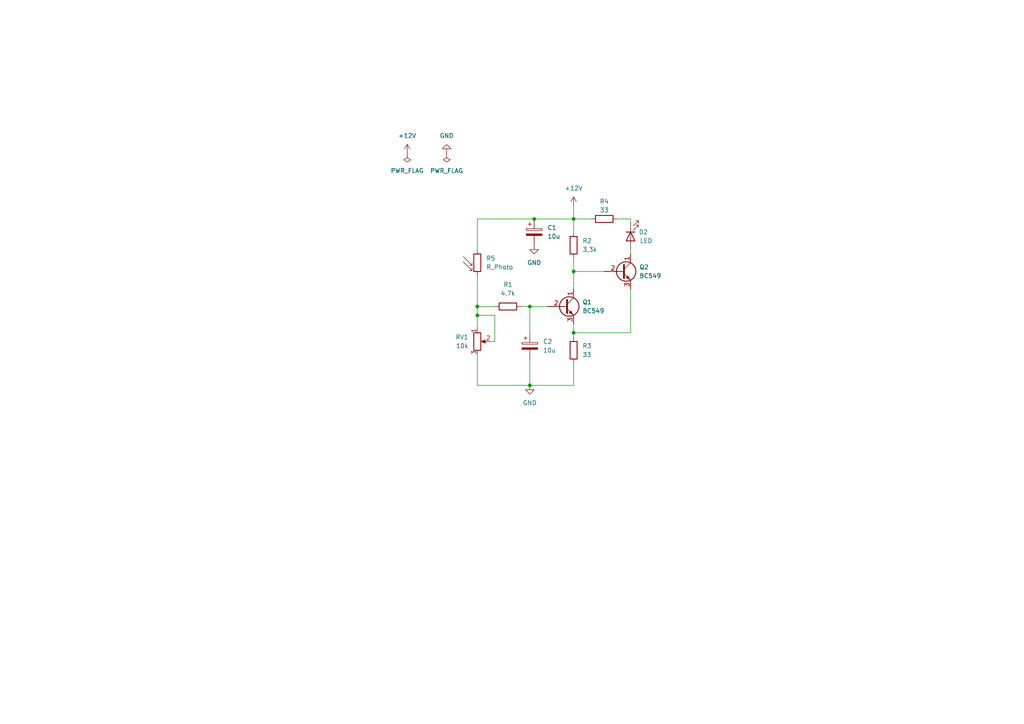
<source format=kicad_sch>
(kicad_sch (version 20230121) (generator eeschema)
  (paper "A4")
  (lib_symbols
    (symbol "Device:C_Polarized" (pin_numbers hide) (pin_names (offset 0.254))
      (property "Reference" "C" (at 0.635 2.54 0))
      (property "Value" "C_Polarized" (at 0.635 -2.54 0))
      (symbol "C_Polarized_0_1"
        (rectangle (start -2.286 0.508) (end 2.286 1.016))
        (polyline (pts (xy -1.778 2.286) (xy -0.762 2.286)))
        (polyline (pts (xy -1.27 2.794) (xy -1.27 1.778)))
        (rectangle (start 2.286 -0.508) (end -2.286 -1.016) (fill (type outline)))
      )
      (symbol "C_Polarized_1_1"
        (pin passive line (at 0 3.81 270) (length 2.794) (name "~") (number "1"))
        (pin passive line (at 0 -3.81 90) (length 2.794) (name "~") (number "2"))
      )
    )
    (symbol "Device:LED" (pin_numbers hide) (pin_names (offset 1.016) hide)
      (property "Reference" "D" (at 0 2.54 0))
      (property "Value" "LED" (at 0 -2.54 0))
      (symbol "LED_0_1"
        (polyline (pts (xy -1.27 -1.27) (xy -1.27 1.27)) (stroke (width 0.254)))
        (polyline (pts (xy -1.27 0) (xy 1.27 0)))
        (polyline (pts (xy 1.27 -1.27) (xy 1.27 1.27) (xy -1.27 0) (xy 1.27 -1.27)) (stroke (width 0.254)))
        (polyline (pts (xy -3.048 -0.762) (xy -4.572 -2.286) (xy -3.81 -2.286) (xy -4.572 -2.286) (xy -4.572 -1.524)))
        (polyline (pts (xy -1.778 -0.762) (xy -3.302 -2.286) (xy -2.54 -2.286) (xy -3.302 -2.286) (xy -3.302 -1.524)))
      )
      (symbol "LED_1_1"
        (pin passive line (at -3.81 0 0) (length 2.54) (name "K") (number "1"))
        (pin passive line (at 3.81 0 180) (length 2.54) (name "A") (number "2"))
      )
    )
    (symbol "Device:R" (pin_numbers hide) (pin_names (offset 0))
      (property "Reference" "R" (at 2.032 0 90))
      (property "Value" "R" (at 0 0 90))
      (symbol "R_0_1"
        (rectangle (start -1.016 -2.54) (end 1.016 2.54) (stroke (width 0.254)))
      )
      (symbol "R_1_1"
        (pin passive line (at 0 3.81 270) (length 1.27) (name "~") (number "1"))
        (pin passive line (at 0 -3.81 90) (length 1.27) (name "~") (number "2"))
      )
    )
    (symbol "Device:R_Photo" (pin_numbers hide) (pin_names (offset 0))
      (property "Reference" "R" (at 1.27 1.27 0))
      (property "Value" "R_Photo" (at 1.27 0 0))
      (symbol "R_Photo_0_1"
        (rectangle (start -1.016 2.54) (end 1.016 -2.54) (stroke (width 0.254)))
        (polyline (pts (xy -1.524 -2.286) (xy -4.064 0.254)))
        (polyline (pts (xy -1.524 -2.286) (xy -2.286 -2.286)))
        (polyline (pts (xy -1.524 -2.286) (xy -1.524 -1.524)))
        (polyline (pts (xy -1.524 -0.762) (xy -4.064 1.778)))
        (polyline (pts (xy -1.524 -0.762) (xy -2.286 -0.762)))
        (polyline (pts (xy -1.524 -0.762) (xy -1.524 0)))
      )
      (symbol "R_Photo_1_1"
        (pin passive line (at 0 3.81 270) (length 1.27) (name "~") (number "1"))
        (pin passive line (at 0 -3.81 90) (length 1.27) (name "~") (number "2"))
      )
    )
    (symbol "Device:R_Potentiometer" (pin_names (offset 1.016) hide)
      (property "Reference" "RV" (at -4.445 0 90))
      (property "Value" "R_Potentiometer" (at -2.54 0 90))
      (symbol "R_Potentiometer_0_1"
        (polyline (pts (xy 2.54 0) (xy 1.524 0)))
        (polyline (pts (xy 1.143 0) (xy 2.286 0.508) (xy 2.286 -0.508) (xy 1.143 0)) (fill (type outline)))
        (rectangle (start 1.016 2.54) (end -1.016 -2.54) (stroke (width 0.254)))
      )
      (symbol "R_Potentiometer_1_1"
        (pin passive line (at 0 3.81 270) (length 1.27) (name "1") (number "1"))
        (pin passive line (at 3.81 0 180) (length 1.27) (name "2") (number "2"))
        (pin passive line (at 0 -3.81 90) (length 1.27) (name "3") (number "3"))
      )
    )
    (symbol "Transistor_BJT:BC549" (pin_names (offset 0) hide)
      (property "Reference" "Q" (at 5.08 1.905 0))
      (property "Value" "BC549" (at 5.08 0 0))
      (symbol "BC549_0_1"
        (polyline (pts (xy 0 0) (xy 0.635 0)))
        (polyline (pts (xy 0.635 0.635) (xy 2.54 2.54)))
        (polyline (pts (xy 0.635 -0.635) (xy 2.54 -2.54) (xy 2.54 -2.54)))
        (polyline (pts (xy 0.635 1.905) (xy 0.635 -1.905) (xy 0.635 -1.905)) (stroke (width 0.508)))
        (polyline (pts (xy 1.27 -1.778) (xy 1.778 -1.27) (xy 2.286 -2.286) (xy 1.27 -1.778) (xy 1.27 -1.778)) (fill (type outline)))
        (circle (center 1.27 0) (radius 2.8194) (stroke (width 0.254)))
      )
      (symbol "BC549_1_1"
        (pin passive line (at 2.54 5.08 270) (length 2.54) (name "C") (number "1"))
        (pin input line (at -5.08 0 0) (length 5.08) (name "B") (number "2"))
        (pin passive line (at 2.54 -5.08 90) (length 2.54) (name "E") (number "3"))
      )
    )
    (symbol "power:+12V" (power) (pin_names (offset 0))
      (property "Value" "+12V" (at 0 3.556 0))
      (symbol "+12V_0_1"
        (polyline (pts (xy -0.762 1.27) (xy 0 2.54)))
        (polyline (pts (xy 0 0) (xy 0 2.54)))
        (polyline (pts (xy 0 2.54) (xy 0.762 1.27)))
      )
      (symbol "+12V_1_1"
        (pin power_in line (at 0 0 90) (length 0) hide (name "+12V") (number "1"))
      )
    )
    (symbol "power:GND" (power) (pin_names (offset 0))
      (property "Value" "GND" (at 0 -3.81 0))
      (symbol "GND_0_1"
        (polyline (pts (xy 0 0) (xy 0 -1.27) (xy 1.27 -1.27) (xy 0 -2.54) (xy -1.27 -1.27) (xy 0 -1.27)))
      )
      (symbol "GND_1_1"
        (pin power_in line (at 0 0 270) (length 0) hide (name "GND") (number "1"))
      )
    )
    (symbol "power:PWR_FLAG" (power) (pin_numbers hide) (pin_names (offset 0) hide)
      (property "Value" "PWR_FLAG" (at 0 3.81 0))
      (symbol "PWR_FLAG_0_0"
        (pin power_out line (at 0 0 90) (length 0) (name "pwr") (number "1"))
      )
      (symbol "PWR_FLAG_0_1"
        (polyline (pts (xy 0 0) (xy 0 1.27) (xy -1.016 1.905) (xy 0 2.54) (xy 1.016 1.905) (xy 0 1.27)))
      )
    )
  )
  (junction (at 154.94 63.5))
  (junction (at 153.67 88.9))
  (junction (at 138.43 91.44))
  (junction (at 153.67 111.76))
  (junction (at 166.37 96.52))
  (junction (at 166.37 78.74))
  (junction (at 138.43 88.9))
  (junction (at 166.37 63.5))
  (wire (pts (xy 182.88 72.39) (xy 182.88 73.66)))
  (wire (pts (xy 151.13 88.9) (xy 153.67 88.9)))
  (wire (pts (xy 138.43 88.9) (xy 138.43 91.44)))
  (wire (pts (xy 182.88 83.82) (xy 182.88 96.52)))
  (wire (pts (xy 138.43 80.01) (xy 138.43 88.9)))
  (wire (pts (xy 166.37 59.69) (xy 166.37 63.5)))
  (wire (pts (xy 138.43 111.76) (xy 153.67 111.76)))
  (wire (pts (xy 166.37 78.74) (xy 175.26 78.74)))
  (wire (pts (xy 142.24 99.06) (xy 143.51 99.06)))
  (wire (pts (xy 166.37 97.79) (xy 166.37 96.52)))
  (wire (pts (xy 166.37 111.76) (xy 153.67 111.76)))
  (wire (pts (xy 182.88 96.52) (xy 166.37 96.52)))
  (wire (pts (xy 143.51 99.06) (xy 143.51 91.44)))
  (wire (pts (xy 182.88 63.5) (xy 179.07 63.5)))
  (wire (pts (xy 182.88 64.77) (xy 182.88 63.5)))
  (wire (pts (xy 166.37 63.5) (xy 166.37 67.31)))
  (wire (pts (xy 153.67 88.9) (xy 153.67 96.52)))
  (wire (pts (xy 138.43 102.87) (xy 138.43 111.76)))
  (wire (pts (xy 153.67 104.14) (xy 153.67 111.76)))
  (wire (pts (xy 153.67 88.9) (xy 158.75 88.9)))
  (wire (pts (xy 166.37 63.5) (xy 171.45 63.5)))
  (wire (pts (xy 138.43 95.25) (xy 138.43 91.44)))
  (wire (pts (xy 166.37 74.93) (xy 166.37 78.74)))
  (wire (pts (xy 166.37 63.5) (xy 154.94 63.5)))
  (wire (pts (xy 138.43 63.5) (xy 154.94 63.5)))
  (wire (pts (xy 138.43 63.5) (xy 138.43 72.39)))
  (wire (pts (xy 166.37 105.41) (xy 166.37 111.76)))
  (wire (pts (xy 138.43 91.44) (xy 143.51 91.44)))
  (wire (pts (xy 138.43 88.9) (xy 143.51 88.9)))
  (wire (pts (xy 166.37 83.82) (xy 166.37 78.74)))
  (wire (pts (xy 166.37 96.52) (xy 166.37 93.98)))
  (symbol (lib_id "Device:C_Polarized") (at 154.94 67.31 0) (unit 1)
    (property "Reference" "C1" (at 158.75 66.04 0) (effects (justify left)))
    (property "Value" "10u" (at 158.75 68.58 0) (effects (justify left)))
    (property "Footprint" "Capacitor_THT:CP_Radial_D8.0mm_P3.80mm" (effects hide))
  )
  (symbol (lib_id "power:GND") (at 129.54 44.45 180) (unit 1)
    (property "Reference" "#PWR0102" (effects hide))
    (property "Value" "GND" (at 129.54 39.37 0))
  )
  (symbol (lib_id "power:PWR_FLAG") (at 118.11 44.45 180) (unit 1)
    (property "Reference" "#FLG0101" (effects hide))
    (property "Value" "PWR_FLAG" (at 118.11 49.53 0))
  )
  (symbol (lib_id "Device:R") (at 175.26 63.5 90) (unit 1)
    (property "Reference" "R4" (at 175.26 58.42 90))
    (property "Value" "33" (at 175.26 60.96 90))
    (property "Footprint" "Resistor_THT:R_Axial_DIN0204_L3.6mm_D1.6mm_P7.62mm_Horizontal" (effects hide))
  )
  (symbol (lib_id "Device:R_Photo") (at 138.43 76.2 0) (unit 1)
    (property "Reference" "R5" (at 140.97 74.93 0) (effects (justify left)))
    (property "Value" "R_Photo" (at 140.97 77.47 0) (effects (justify left)))
    (property "Footprint" "Resistor_THT:R_Axial_DIN0204_L3.6mm_D1.6mm_P5.08mm_Vertical" (effects hide))
  )
  (symbol (lib_id "Device:R_Potentiometer") (at 138.43 99.06 0) (unit 1)
    (property "Reference" "RV1" (at 135.89 97.7899 0) (effects (justify right)))
    (property "Value" "10k" (at 135.89 100.3299 0) (effects (justify right)))
    (property "Footprint" "Potentiometer_THT:Potentiometer_Bourns_3296W_Vertical" (effects hide))
  )
  (symbol (lib_id "power:GND") (at 154.94 71.12 0) (unit 1)
    (property "Reference" "#PWR01" (effects hide))
    (property "Value" "GND" (at 154.94 76.2 0))
  )
  (symbol (lib_id "power:GND") (at 153.67 111.76 0) (unit 1)
    (property "Reference" "#PWR02" (effects hide))
    (property "Value" "GND" (at 153.67 116.84 0))
    (property "Footprint" "Connector_Pin:Pin_D1.0mm_L10.0mm" (effects hide))
  )
  (symbol (lib_id "power:+12V") (at 166.37 59.69 0) (unit 1)
    (property "Reference" "#PWR03" (effects hide))
    (property "Value" "+12V" (at 166.37 54.61 0))
    (property "Footprint" "Connector_Pin:Pin_D1.0mm_L10.0mm" (effects hide))
  )
  (symbol (lib_id "Transistor_BJT:BC549") (at 163.83 88.9 0) (unit 1)
    (property "Reference" "Q1" (at 168.91 87.6299 0) (effects (justify left)))
    (property "Value" "BC549" (at 168.91 90.1699 0) (effects (justify left)))
    (property "Footprint" "Package_TO_SOT_THT:TO-92_Wide" (effects hide))
    (property "Datasheet" "https://www.onsemi.com/pub/Collateral/BC550-D.pdf" (effects hide))
  )
  (symbol (lib_id "power:+12V") (at 118.11 44.45 0) (unit 1)
    (property "Reference" "#PWR0101" (effects hide))
    (property "Value" "+12V" (at 118.11 39.37 0))
  )
  (symbol (lib_id "Device:R") (at 166.37 101.6 0) (unit 1)
    (property "Reference" "R3" (at 168.91 100.3299 0) (effects (justify left)))
    (property "Value" "33" (at 168.91 102.8699 0) (effects (justify left)))
    (property "Footprint" "Resistor_THT:R_Axial_DIN0204_L3.6mm_D1.6mm_P7.62mm_Horizontal" (effects hide))
  )
  (symbol (lib_id "Device:C_Polarized") (at 153.67 100.33 0) (unit 1)
    (property "Reference" "C2" (at 157.48 99.06 0) (effects (justify left)))
    (property "Value" "10u" (at 157.48 101.6 0) (effects (justify left)))
    (property "Footprint" "Capacitor_THT:CP_Radial_D8.0mm_P3.80mm" (effects hide))
  )
  (symbol (lib_id "power:PWR_FLAG") (at 129.54 44.45 180) (unit 1)
    (property "Reference" "#FLG0102" (effects hide))
    (property "Value" "PWR_FLAG" (at 129.54 49.53 0))
  )
  (symbol (lib_id "Device:R") (at 166.37 71.12 0) (unit 1)
    (property "Reference" "R2" (at 168.91 69.8499 0) (effects (justify left)))
    (property "Value" "3,3k" (at 168.91 72.3899 0) (effects (justify left)))
    (property "Footprint" "Resistor_THT:R_Axial_DIN0204_L3.6mm_D1.6mm_P7.62mm_Horizontal" (effects hide))
  )
  (symbol (lib_id "Device:R") (at 147.32 88.9 90) (unit 1)
    (property "Reference" "R1" (at 147.32 82.55 90))
    (property "Value" "4,7k" (at 147.32 85.09 90))
    (property "Footprint" "Resistor_THT:R_Axial_DIN0204_L3.6mm_D1.6mm_P7.62mm_Horizontal" (effects hide))
  )
  (symbol (lib_id "Transistor_BJT:BC549") (at 180.34 78.74 0) (unit 1)
    (property "Reference" "Q2" (at 185.42 77.4699 0) (effects (justify left)))
    (property "Value" "BC549" (at 185.42 80.0099 0) (effects (justify left)))
    (property "Footprint" "Package_TO_SOT_THT:TO-92_Wide" (effects hide))
    (property "Datasheet" "https://www.onsemi.com/pub/Collateral/BC550-D.pdf" (effects hide))
  )
  (symbol (lib_id "Device:LED") (at 182.88 68.58 90) (mirror x) (unit 1)
    (property "Reference" "D2" (at 187.96 67.31 90) (effects (justify left)))
    (property "Value" "LED" (at 189.23 69.85 90) (effects (justify left)))
    (property "Footprint" "LED_THT:LED_D2.0mm_W4.8mm_H2.5mm_FlatTop" (effects hide))
  )
)
</source>
